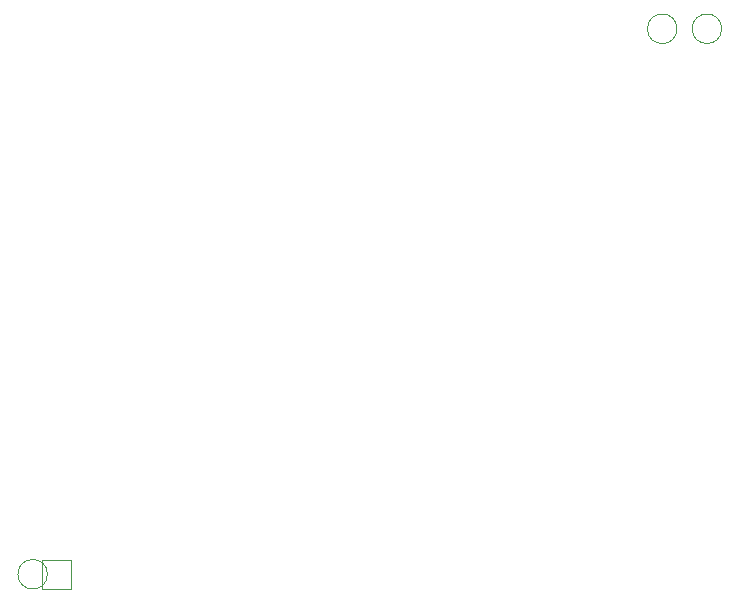
<source format=gbr>
G04 #@! TF.GenerationSoftware,KiCad,Pcbnew,7.0.6*
G04 #@! TF.CreationDate,2024-04-05T10:31:41-07:00*
G04 #@! TF.ProjectId,procon_gcc_main_pcb,70726f63-6f6e-45f6-9763-635f6d61696e,1*
G04 #@! TF.SameCoordinates,Original*
G04 #@! TF.FileFunction,Other,User*
%FSLAX46Y46*%
G04 Gerber Fmt 4.6, Leading zero omitted, Abs format (unit mm)*
G04 Created by KiCad (PCBNEW 7.0.6) date 2024-04-05 10:31:41*
%MOMM*%
%LPD*%
G01*
G04 APERTURE LIST*
%ADD10C,0.050000*%
G04 APERTURE END LIST*
D10*
X137825800Y-93294200D02*
G75*
G03*
X137825800Y-93294200I-1250000J0D01*
G01*
X141610400Y-93294200D02*
G75*
G03*
X141610400Y-93294200I-1250000J0D01*
G01*
X86525000Y-138250000D02*
X86525000Y-140750000D01*
X86525000Y-138250000D02*
X84025000Y-138250000D01*
X84025000Y-140750000D02*
X86525000Y-140750000D01*
X84025000Y-140750000D02*
X84025000Y-138250000D01*
X84525000Y-139475000D02*
G75*
G03*
X84525000Y-139475000I-1250000J0D01*
G01*
M02*

</source>
